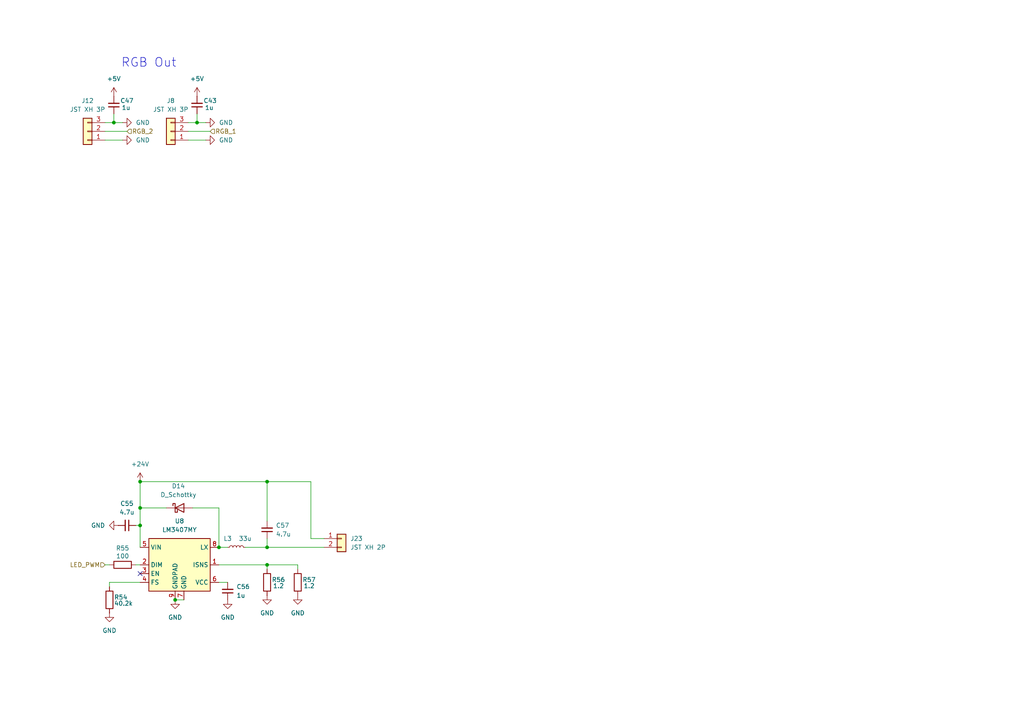
<source format=kicad_sch>
(kicad_sch (version 20250114) (generator "eeschema") (generator_version "9.0")
  (paper "A4")
  (lib_symbols
    (symbol "Connector_Generic:Conn_01x02" (pin_names (offset 1.016) (hide yes))
      (property "Reference" "J" (at 0 2.54 0))
      (property "Value" "Conn_01x02" (at 0 -5.08 0))
      (symbol "Conn_01x02_1_1"
        (rectangle (start -1.27 1.27) (end 1.27 -3.81) (stroke (width 0.254)) (fill (type background)))
        (rectangle (start -1.27 0.127) (end 0 -0.127) (stroke (width 0.1524)))
        (rectangle (start -1.27 -2.413) (end 0 -2.667) (stroke (width 0.1524)))
        (pin passive line (at -5.08 0 0) (length 3.81) (name "Pin_1") (number "1"))
        (pin passive line (at -5.08 -2.54 0) (length 3.81) (name "Pin_2") (number "2"))
      )
    )
    (symbol "Connector_Generic:Conn_01x03" (pin_names (offset 1.016) (hide yes))
      (property "Reference" "J" (at 0 5.08 0))
      (property "Value" "Conn_01x03" (at 0 -5.08 0))
      (symbol "Conn_01x03_1_1"
        (rectangle (start -1.27 3.81) (end 1.27 -3.81) (stroke (width 0.254)) (fill (type background)))
        (rectangle (start -1.27 2.667) (end 0 2.413) (stroke (width 0.1524)))
        (rectangle (start -1.27 0.127) (end 0 -0.127) (stroke (width 0.1524)))
        (rectangle (start -1.27 -2.413) (end 0 -2.667) (stroke (width 0.1524)))
        (pin passive line (at -5.08 2.54 0) (length 3.81) (name "Pin_1") (number "1"))
        (pin passive line (at -5.08 0 0) (length 3.81) (name "Pin_2") (number "2"))
        (pin passive line (at -5.08 -2.54 0) (length 3.81) (name "Pin_3") (number "3"))
      )
    )
    (symbol "Device:C_Small" (pin_numbers (hide yes)) (pin_names (offset 0.254) (hide yes))
      (property "Reference" "C" (at 0.254 1.778 0))
      (property "Value" "C_Small" (at 0.254 -2.032 0))
      (symbol "C_Small_0_1"
        (polyline (pts (xy -1.524 0.508) (xy 1.524 0.508)) (stroke (width 0.3048)))
        (polyline (pts (xy -1.524 -0.508) (xy 1.524 -0.508)) (stroke (width 0.3302)))
      )
      (symbol "C_Small_1_1"
        (pin passive line (at 0 2.54 270) (length 2.032) (name "~") (number "1"))
        (pin passive line (at 0 -2.54 90) (length 2.032) (name "~") (number "2"))
      )
    )
    (symbol "Device:D_Schottky" (pin_numbers (hide yes)) (pin_names (offset 1.016) (hide yes))
      (property "Reference" "D" (at 0 2.54 0))
      (property "Value" "D_Schottky" (at 0 -2.54 0))
      (symbol "D_Schottky_0_1"
        (polyline (pts (xy -1.905 0.635) (xy -1.905 1.27) (xy -1.27 1.27) (xy -1.27 -1.27) (xy -0.635 -1.27) (xy -0.635 -0.635)) (stroke (width 0.254)))
        (polyline (pts (xy 1.27 1.27) (xy 1.27 -1.27) (xy -1.27 0) (xy 1.27 1.27)) (stroke (width 0.254)))
        (polyline (pts (xy 1.27 0) (xy -1.27 0)))
      )
      (symbol "D_Schottky_1_1"
        (pin passive line (at -3.81 0 0) (length 2.54) (name "K") (number "1"))
        (pin passive line (at 3.81 0 180) (length 2.54) (name "A") (number "2"))
      )
    )
    (symbol "Device:L_Small" (pin_numbers (hide yes)) (pin_names (offset 0.254) (hide yes))
      (property "Reference" "L" (at 0.762 1.016 0))
      (property "Value" "L_Small" (at 0.762 -1.016 0))
      (symbol "L_Small_0_1"
        (arc (start 0 2.032) (mid 0.5058 1.524) (end 0 1.016))
        (arc (start 0 1.016) (mid 0.5058 0.508) (end 0 0))
        (arc (start 0 0) (mid 0.5058 -0.508) (end 0 -1.016))
        (arc (start 0 -1.016) (mid 0.5058 -1.524) (end 0 -2.032))
      )
      (symbol "L_Small_1_1"
        (pin passive line (at 0 2.54 270) (length 0.508) (name "~") (number "1"))
        (pin passive line (at 0 -2.54 90) (length 0.508) (name "~") (number "2"))
      )
    )
    (symbol "Device:R" (pin_numbers (hide yes)) (pin_names (offset 0))
      (property "Reference" "R" (at 2.032 0 90))
      (property "Value" "R" (at 0 0 90))
      (symbol "R_0_1"
        (rectangle (start -1.016 -2.54) (end 1.016 2.54) (stroke (width 0.254)))
      )
      (symbol "R_1_1"
        (pin passive line (at 0 3.81 270) (length 1.27) (name "~") (number "1"))
        (pin passive line (at 0 -3.81 90) (length 1.27) (name "~") (number "2"))
      )
    )
    (symbol "Regulator_Switching:LM3407MY"
      (property "Reference" "U" (at -7.62 8.89 0))
      (property "Value" "LM3407MY" (at 0 8.89 0))
      (symbol "LM3407MY_0_1"
        (rectangle (start -7.62 7.62) (end 10.16 -7.62) (stroke (width 0.254)) (fill (type background)))
      )
      (symbol "LM3407MY_1_1"
        (pin power_in line (at -10.16 5.08 0) (length 2.54) (name "VIN") (number "5"))
        (pin input line (at -10.16 0 0) (length 2.54) (name "DIM") (number "2"))
        (pin input line (at -10.16 -2.54 0) (length 2.54) (name "EN") (number "3"))
        (pin output line (at -10.16 -5.08 0) (length 2.54) (name "FS") (number "4"))
        (pin power_in line (at 0 -10.16 90) (length 2.54) (name "GNDPAD") (number "9"))
        (pin power_in line (at 2.54 -10.16 90) (length 2.54) (name "GND") (number "7"))
        (pin output line (at 12.7 5.08 180) (length 2.54) (name "LX") (number "8"))
        (pin output line (at 12.7 0 180) (length 2.54) (name "ISNS") (number "1"))
        (pin output line (at 12.7 -5.08 180) (length 2.54) (name "VCC") (number "6"))
      )
    )
    (symbol "power:+24V" (power) (pin_numbers (hide yes)) (pin_names (offset 0) (hide yes))
      (property "Value" "+24V" (at 0 3.556 0))
      (symbol "+24V_0_1"
        (polyline (pts (xy -0.762 1.27) (xy 0 2.54)))
        (polyline (pts (xy 0 2.54) (xy 0.762 1.27)))
        (polyline (pts (xy 0 0) (xy 0 2.54)))
      )
      (symbol "+24V_1_1"
        (pin power_in line (at 0 0 90) (length 0) (name "~") (number "1"))
      )
    )
    (symbol "power:+5V" (power) (pin_numbers (hide yes)) (pin_names (offset 0) (hide yes))
      (property "Value" "+5V" (at 0 3.556 0))
      (symbol "+5V_0_1"
        (polyline (pts (xy -0.762 1.27) (xy 0 2.54)))
        (polyline (pts (xy 0 2.54) (xy 0.762 1.27)))
        (polyline (pts (xy 0 0) (xy 0 2.54)))
      )
      (symbol "+5V_1_1"
        (pin power_in line (at 0 0 90) (length 0) (name "~") (number "1"))
      )
    )
    (symbol "power:GND" (power) (pin_numbers (hide yes)) (pin_names (offset 0) (hide yes))
      (property "Value" "GND" (at 0 -3.81 0))
      (symbol "GND_0_1"
        (polyline (pts (xy 0 0) (xy 0 -1.27) (xy 1.27 -1.27) (xy 0 -2.54) (xy -1.27 -1.27) (xy 0 -1.27)))
      )
      (symbol "GND_1_1"
        (pin power_in line (at 0 0 270) (length 0) (name "~") (number "1"))
      )
    )
  )
  (text "RGB Out" (at 43.18 18.288 0) (effects (font (size 2.54 2.54))))
  (junction (at 77.47 139.7))
  (junction (at 77.47 158.75))
  (junction (at 40.64 139.7))
  (junction (at 63.5 158.75))
  (junction (at 40.64 147.32))
  (junction (at 77.47 163.83))
  (junction (at 40.64 152.4))
  (junction (at 33.02 35.56))
  (junction (at 50.8 173.99))
  (junction (at 57.15 35.56))
  (no_connect (at 40.64 166.37))
  (wire (pts (xy 77.47 151.13) (xy 77.47 139.7)))
  (wire (pts (xy 55.88 147.32) (xy 63.5 147.32)))
  (wire (pts (xy 77.47 158.75) (xy 93.98 158.75)))
  (wire (pts (xy 30.48 40.64) (xy 35.56 40.64)))
  (wire (pts (xy 40.64 139.7) (xy 40.64 147.32)))
  (wire (pts (xy 54.61 40.64) (xy 59.69 40.64)))
  (wire (pts (xy 54.61 38.1) (xy 60.96 38.1)))
  (wire (pts (xy 63.5 158.75) (xy 66.04 158.75)))
  (wire (pts (xy 30.48 38.1) (xy 36.83 38.1)))
  (wire (pts (xy 57.15 33.02) (xy 57.15 35.56)))
  (wire (pts (xy 33.02 35.56) (xy 35.56 35.56)))
  (wire (pts (xy 40.64 158.75) (xy 40.64 152.4)))
  (wire (pts (xy 90.17 156.21) (xy 90.17 139.7)))
  (wire (pts (xy 33.02 33.02) (xy 33.02 35.56)))
  (wire (pts (xy 33.02 35.56) (xy 30.48 35.56)))
  (wire (pts (xy 77.47 156.21) (xy 77.47 158.75)))
  (wire (pts (xy 40.64 152.4) (xy 40.64 147.32)))
  (wire (pts (xy 39.37 163.83) (xy 40.64 163.83)))
  (wire (pts (xy 40.64 147.32) (xy 48.26 147.32)))
  (wire (pts (xy 31.75 170.18) (xy 31.75 168.91)))
  (wire (pts (xy 93.98 156.21) (xy 90.17 156.21)))
  (wire (pts (xy 57.15 35.56) (xy 54.61 35.56)))
  (wire (pts (xy 63.5 168.91) (xy 66.04 168.91)))
  (wire (pts (xy 30.48 163.83) (xy 31.75 163.83)))
  (wire (pts (xy 86.36 165.1) (xy 86.36 163.83)))
  (wire (pts (xy 39.37 152.4) (xy 40.64 152.4)))
  (wire (pts (xy 77.47 139.7) (xy 90.17 139.7)))
  (wire (pts (xy 31.75 168.91) (xy 40.64 168.91)))
  (wire (pts (xy 71.12 158.75) (xy 77.47 158.75)))
  (wire (pts (xy 77.47 163.83) (xy 77.47 165.1)))
  (wire (pts (xy 63.5 163.83) (xy 77.47 163.83)))
  (wire (pts (xy 77.47 139.7) (xy 40.64 139.7)))
  (wire (pts (xy 57.15 35.56) (xy 59.69 35.56)))
  (wire (pts (xy 50.8 173.99) (xy 53.34 173.99)))
  (wire (pts (xy 77.47 163.83) (xy 86.36 163.83)))
  (wire (pts (xy 63.5 147.32) (xy 63.5 158.75)))
  (hierarchical_label "RGB_1" (shape input) (at 60.96 38.1 0))
  (hierarchical_label "LED_PWM" (shape input) (at 30.48 163.83 180))
  (hierarchical_label "RGB_2" (shape input) (at 36.83 38.1 0))
  (symbol (lib_id "Device:C_Small") (at 66.04 171.45 180) (unit 1)
    (property "Reference" "C56" (at 68.58 170.1735 0) (effects (justify right)))
    (property "Value" "1u" (at 68.58 172.7135 0) (effects (justify right)))
    (property "Footprint" "Capacitor_SMD:C_0402_1005Metric" (effects (hide yes)))
  )
  (symbol (lib_id "power:GND") (at 35.56 40.64 90) (unit 1)
    (property "Reference" "#PWR0107" (effects (hide yes)))
    (property "Value" "GND" (at 39.37 40.6399 90) (effects (justify right)))
    (property "Description" "Power symbol creates a global label with name \"GND\" , ground" (effects (hide yes)))
  )
  (symbol (lib_id "power:GND") (at 59.69 40.64 90) (unit 1)
    (property "Reference" "#PWR089" (effects (hide yes)))
    (property "Value" "GND" (at 63.5 40.6399 90) (effects (justify right)))
    (property "Description" "Power symbol creates a global label with name \"GND\" , ground" (effects (hide yes)))
  )
  (symbol (lib_id "power:+5V") (at 33.02 27.94 0) (unit 1)
    (property "Reference" "#PWR0105" (effects (hide yes)))
    (property "Value" "+5V" (at 33.02 22.86 0))
    (property "Description" "Power symbol creates a global label with name \"+5V\"" (effects (hide yes)))
  )
  (symbol (lib_id "Connector_Generic:Conn_01x03") (at 49.53 38.1 180) (unit 1)
    (property "Reference" "J8" (at 49.53 29.21 0))
    (property "Value" "JST XH 3P" (at 49.53 31.75 0))
    (property "Footprint" "Connector_JST:JST_XH_S3B-XH-A_1x03_P2.50mm_Horizontal" (effects (hide yes)))
    (property "Description" "Generic connector, single row, 01x03, script generated (kicad-library-utils/schlib/autogen/connector/)" (effects (hide yes)))
  )
  (symbol (lib_id "power:+24V") (at 40.64 139.7 0) (unit 1)
    (property "Reference" "#PWR0143" (effects (hide yes)))
    (property "Value" "+24V" (at 40.64 134.62 0))
    (property "Description" "Power symbol creates a global label with name \"+24V\"" (effects (hide yes)))
  )
  (symbol (lib_id "Device:R") (at 86.36 168.91 180) (unit 1)
    (property "Reference" "R57" (at 89.662 168.148 0))
    (property "Value" "1.2" (at 89.662 169.926 0))
    (property "Footprint" "Resistor_SMD:R_0402_1005Metric" (effects (hide yes)))
  )
  (symbol (lib_id "Connector_Generic:Conn_01x02") (at 99.06 156.21 0) (unit 1)
    (property "Reference" "J23" (at 101.6 156.2099 0) (effects (justify left)))
    (property "Value" "JST XH 2P" (at 101.6 158.7499 0) (effects (justify left)))
    (property "Footprint" "Connector_JST:JST_XH_S2B-XH-A_1x02_P2.50mm_Horizontal" (effects (hide yes)))
    (property "Description" "Generic connector, single row, 01x02, script generated (kicad-library-utils/schlib/autogen/connector/)" (effects (hide yes)))
  )
  (symbol (lib_id "Device:R") (at 35.56 163.83 270) (unit 1)
    (property "Reference" "R55" (at 35.56 159.004 90))
    (property "Value" "100" (at 35.56 161.29 90))
    (property "Footprint" "Resistor_SMD:R_0402_1005Metric" (effects (hide yes)))
  )
  (symbol (lib_id "Regulator_Switching:LM3407MY") (at 50.8 163.83 0) (unit 1)
    (property "Reference" "U8" (at 52.07 151.13 0))
    (property "Value" "LM3407MY" (at 52.07 153.67 0))
    (property "Footprint" "Package_SO:MSOP-8-1EP_3x3mm_P0.65mm_EP1.73x1.85mm_ThermalVias" (effects (hide yes)))
    (property "Datasheet" "http://www.ti.com/lit/ds/symlink/lm3407.pdf" (effects (hide yes)))
    (property "Description" "LED Lighting CC Floating Buck Switching Regulator, MSOP-8" (effects (hide yes)))
  )
  (symbol (lib_id "Device:C_Small") (at 33.02 30.48 180) (unit 1)
    (property "Reference" "C47" (at 36.83 29.21 0))
    (property "Value" "1u" (at 36.576 31.242 0))
    (property "Footprint" "Capacitor_SMD:C_0402_1005Metric" (effects (hide yes)))
    (property "Description" "Unpolarized capacitor, small symbol" (effects (hide yes)))
  )
  (symbol (lib_id "Device:C_Small") (at 36.83 152.4 270) (unit 1)
    (property "Reference" "C55" (at 36.8236 146.05 90))
    (property "Value" "4.7u" (at 36.8236 148.59 90))
    (property "Footprint" "Capacitor_SMD:C_0805_2012Metric" (effects (hide yes)))
  )
  (symbol (lib_id "Device:R") (at 31.75 173.99 180) (unit 1)
    (property "Reference" "R54" (at 35.052 173.228 0))
    (property "Value" "40.2k" (at 35.814 175.006 0))
    (property "Footprint" "Resistor_SMD:R_0402_1005Metric" (effects (hide yes)))
  )
  (symbol (lib_id "Device:C_Small") (at 57.15 30.48 180) (unit 1)
    (property "Reference" "C43" (at 60.96 29.21 0))
    (property "Value" "1u" (at 60.706 31.242 0))
    (property "Footprint" "Capacitor_SMD:C_0402_1005Metric" (effects (hide yes)))
    (property "Description" "Unpolarized capacitor, small symbol" (effects (hide yes)))
  )
  (symbol (lib_id "power:GND") (at 86.36 172.72 0) (unit 1)
    (property "Reference" "#PWR0147" (effects (hide yes)))
    (property "Value" "GND" (at 86.36 177.8 0))
  )
  (symbol (lib_id "power:GND") (at 35.56 35.56 90) (unit 1)
    (property "Reference" "#PWR0106" (effects (hide yes)))
    (property "Value" "GND" (at 39.37 35.5599 90) (effects (justify right)))
    (property "Description" "Power symbol creates a global label with name \"GND\" , ground" (effects (hide yes)))
  )
  (symbol (lib_id "power:GND") (at 34.29 152.4 270) (unit 1)
    (property "Reference" "#PWR0142" (effects (hide yes)))
    (property "Value" "GND" (at 30.48 152.3999 90) (effects (justify right)))
  )
  (symbol (lib_id "power:GND") (at 50.8 173.99 0) (unit 1)
    (property "Reference" "#PWR0144" (effects (hide yes)))
    (property "Value" "GND" (at 50.8 179.07 0))
  )
  (symbol (lib_id "Device:R") (at 77.47 168.91 180) (unit 1)
    (property "Reference" "R56" (at 80.772 168.148 0))
    (property "Value" "1.2" (at 80.772 169.926 0))
    (property "Footprint" "Resistor_SMD:R_0402_1005Metric" (effects (hide yes)))
  )
  (symbol (lib_id "power:GND") (at 59.69 35.56 90) (unit 1)
    (property "Reference" "#PWR090" (effects (hide yes)))
    (property "Value" "GND" (at 63.5 35.5599 90) (effects (justify right)))
    (property "Description" "Power symbol creates a global label with name \"GND\" , ground" (effects (hide yes)))
  )
  (symbol (lib_id "Device:D_Schottky") (at 52.07 147.32 0) (unit 1)
    (property "Reference" "D14" (at 51.7525 140.97 0))
    (property "Value" "D_Schottky" (at 51.7525 143.51 0))
    (property "Footprint" "Diode_SMD:D_SMA" (effects (hide yes)))
    (property "Description" "Schottky diode" (effects (hide yes)))
  )
  (symbol (lib_id "Device:L_Small") (at 68.58 158.75 90) (unit 1)
    (property "Reference" "L3" (at 66.04 156.21 90))
    (property "Value" "33u" (at 71.12 156.21 90))
    (property "Footprint" "LCSC:IND-SMD_L7.8-W7.0-A" (effects (hide yes)))
    (property "Description" "Inductor, small symbol" (effects (hide yes)))
    (property "LCSC_ID" "C167221" (effects (hide yes)))
  )
  (symbol (lib_id "Device:C_Small") (at 77.47 153.67 180) (unit 1)
    (property "Reference" "C57" (at 80.01 152.3935 0) (effects (justify right)))
    (property "Value" "4.7u" (at 80.01 154.9335 0) (effects (justify right)))
    (property "Footprint" "Capacitor_SMD:C_0805_2012Metric" (effects (hide yes)))
  )
  (symbol (lib_id "power:GND") (at 77.47 172.72 0) (unit 1)
    (property "Reference" "#PWR0146" (effects (hide yes)))
    (property "Value" "GND" (at 77.47 177.8 0))
  )
  (symbol (lib_id "power:+5V") (at 57.15 27.94 0) (unit 1)
    (property "Reference" "#PWR091" (effects (hide yes)))
    (property "Value" "+5V" (at 57.15 22.86 0))
    (property "Description" "Power symbol creates a global label with name \"+5V\"" (effects (hide yes)))
  )
  (symbol (lib_id "Connector_Generic:Conn_01x03") (at 25.4 38.1 180) (unit 1)
    (property "Reference" "J12" (at 25.4 29.21 0))
    (property "Value" "JST XH 3P" (at 25.4 31.75 0))
    (property "Footprint" "Connector_JST:JST_XH_S3B-XH-A_1x03_P2.50mm_Horizontal" (effects (hide yes)))
    (property "Description" "Generic connector, single row, 01x03, script generated (kicad-library-utils/schlib/autogen/connector/)" (effects (hide yes)))
  )
  (symbol (lib_id "power:GND") (at 31.75 177.8 0) (unit 1)
    (property "Reference" "#PWR0141" (effects (hide yes)))
    (property "Value" "GND" (at 31.75 182.88 0))
  )
  (symbol (lib_id "power:GND") (at 66.04 173.99 0) (unit 1)
    (property "Reference" "#PWR0145" (effects (hide yes)))
    (property "Value" "GND" (at 66.04 179.07 0))
  )
)
</source>
